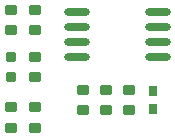
<source format=gtp>
G04 Layer_Color=8421504*
%FSLAX43Y43*%
%MOMM*%
G71*
G01*
G75*
G04:AMPARAMS|DCode=10|XSize=1mm|YSize=0.9mm|CornerRadius=0.113mm|HoleSize=0mm|Usage=FLASHONLY|Rotation=0.000|XOffset=0mm|YOffset=0mm|HoleType=Round|Shape=RoundedRectangle|*
%AMROUNDEDRECTD10*
21,1,1.000,0.675,0,0,0.0*
21,1,0.775,0.900,0,0,0.0*
1,1,0.225,0.388,-0.338*
1,1,0.225,-0.388,-0.338*
1,1,0.225,-0.388,0.338*
1,1,0.225,0.388,0.338*
%
%ADD10ROUNDEDRECTD10*%
G04:AMPARAMS|DCode=11|XSize=0.8mm|YSize=0.8mm|CornerRadius=0.1mm|HoleSize=0mm|Usage=FLASHONLY|Rotation=90.000|XOffset=0mm|YOffset=0mm|HoleType=Round|Shape=RoundedRectangle|*
%AMROUNDEDRECTD11*
21,1,0.800,0.600,0,0,90.0*
21,1,0.600,0.800,0,0,90.0*
1,1,0.200,0.300,0.300*
1,1,0.200,0.300,-0.300*
1,1,0.200,-0.300,-0.300*
1,1,0.200,-0.300,0.300*
%
%ADD11ROUNDEDRECTD11*%
%ADD12O,2.200X0.600*%
%ADD13R,0.700X0.850*%
D10*
X6000Y16100D02*
D03*
Y14400D02*
D03*
X16000Y7650D02*
D03*
Y9350D02*
D03*
X8000Y10400D02*
D03*
Y12100D02*
D03*
X12100Y9350D02*
D03*
Y7650D02*
D03*
X14000Y9350D02*
D03*
Y7650D02*
D03*
X8000Y6150D02*
D03*
Y7850D02*
D03*
X6000Y6150D02*
D03*
Y7850D02*
D03*
X8000Y14400D02*
D03*
Y16100D02*
D03*
D11*
X6000Y10400D02*
D03*
Y12100D02*
D03*
D12*
X18400Y12095D02*
D03*
Y13365D02*
D03*
Y14635D02*
D03*
Y15905D02*
D03*
X11600Y12095D02*
D03*
Y13365D02*
D03*
Y14635D02*
D03*
Y15905D02*
D03*
D13*
X18000Y7725D02*
D03*
Y9275D02*
D03*
M02*

</source>
